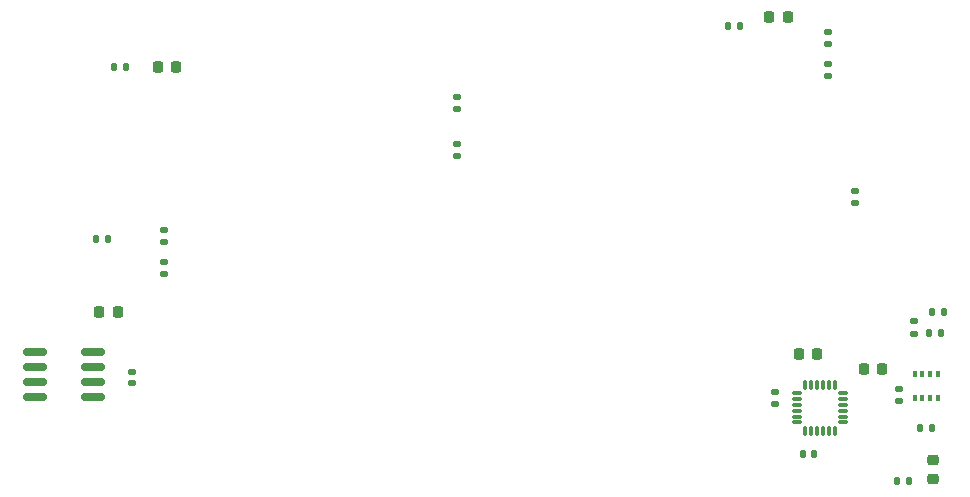
<source format=gbr>
%TF.GenerationSoftware,KiCad,Pcbnew,(6.0.7)*%
%TF.CreationDate,2023-01-16T15:03:51+03:00*%
%TF.ProjectId,Omarichet Sensor Shield 2,4f6d6172-6963-4686-9574-2053656e736f,rev?*%
%TF.SameCoordinates,Original*%
%TF.FileFunction,Paste,Top*%
%TF.FilePolarity,Positive*%
%FSLAX46Y46*%
G04 Gerber Fmt 4.6, Leading zero omitted, Abs format (unit mm)*
G04 Created by KiCad (PCBNEW (6.0.7)) date 2023-01-16 15:03:51*
%MOMM*%
%LPD*%
G01*
G04 APERTURE LIST*
G04 Aperture macros list*
%AMRoundRect*
0 Rectangle with rounded corners*
0 $1 Rounding radius*
0 $2 $3 $4 $5 $6 $7 $8 $9 X,Y pos of 4 corners*
0 Add a 4 corners polygon primitive as box body*
4,1,4,$2,$3,$4,$5,$6,$7,$8,$9,$2,$3,0*
0 Add four circle primitives for the rounded corners*
1,1,$1+$1,$2,$3*
1,1,$1+$1,$4,$5*
1,1,$1+$1,$6,$7*
1,1,$1+$1,$8,$9*
0 Add four rect primitives between the rounded corners*
20,1,$1+$1,$2,$3,$4,$5,0*
20,1,$1+$1,$4,$5,$6,$7,0*
20,1,$1+$1,$6,$7,$8,$9,0*
20,1,$1+$1,$8,$9,$2,$3,0*%
G04 Aperture macros list end*
%ADD10RoundRect,0.135000X0.185000X-0.135000X0.185000X0.135000X-0.185000X0.135000X-0.185000X-0.135000X0*%
%ADD11RoundRect,0.140000X-0.170000X0.140000X-0.170000X-0.140000X0.170000X-0.140000X0.170000X0.140000X0*%
%ADD12RoundRect,0.135000X-0.135000X-0.185000X0.135000X-0.185000X0.135000X0.185000X-0.135000X0.185000X0*%
%ADD13RoundRect,0.075000X0.350000X0.075000X-0.350000X0.075000X-0.350000X-0.075000X0.350000X-0.075000X0*%
%ADD14RoundRect,0.075000X-0.075000X0.350000X-0.075000X-0.350000X0.075000X-0.350000X0.075000X0.350000X0*%
%ADD15RoundRect,0.135000X-0.185000X0.135000X-0.185000X-0.135000X0.185000X-0.135000X0.185000X0.135000X0*%
%ADD16RoundRect,0.140000X0.140000X0.170000X-0.140000X0.170000X-0.140000X-0.170000X0.140000X-0.170000X0*%
%ADD17RoundRect,0.150000X-0.825000X-0.150000X0.825000X-0.150000X0.825000X0.150000X-0.825000X0.150000X0*%
%ADD18RoundRect,0.218750X0.218750X0.256250X-0.218750X0.256250X-0.218750X-0.256250X0.218750X-0.256250X0*%
%ADD19RoundRect,0.225000X-0.225000X-0.250000X0.225000X-0.250000X0.225000X0.250000X-0.225000X0.250000X0*%
%ADD20RoundRect,0.218750X-0.218750X-0.256250X0.218750X-0.256250X0.218750X0.256250X-0.218750X0.256250X0*%
%ADD21RoundRect,0.140000X0.170000X-0.140000X0.170000X0.140000X-0.170000X0.140000X-0.170000X-0.140000X0*%
%ADD22RoundRect,0.135000X0.135000X0.185000X-0.135000X0.185000X-0.135000X-0.185000X0.135000X-0.185000X0*%
%ADD23R,0.350000X0.500000*%
%ADD24RoundRect,0.218750X-0.256250X0.218750X-0.256250X-0.218750X0.256250X-0.218750X0.256250X0.218750X0*%
%ADD25RoundRect,0.225000X0.225000X0.250000X-0.225000X0.250000X-0.225000X-0.250000X0.225000X-0.250000X0*%
G04 APERTURE END LIST*
D10*
%TO.C,R5*%
X175340000Y-93070000D03*
X175340000Y-92050000D03*
%TD*%
D11*
%TO.C,C10*%
X141590000Y-84100000D03*
X141590000Y-85060000D03*
%TD*%
D12*
%TO.C,R1*%
X180830000Y-112060000D03*
X181850000Y-112060000D03*
%TD*%
D13*
%TO.C,U2*%
X174320000Y-111622500D03*
X174320000Y-111122500D03*
X174320000Y-110622500D03*
X174320000Y-110122500D03*
X174320000Y-109622500D03*
X174320000Y-109122500D03*
D14*
X173620000Y-108422500D03*
X173120000Y-108422500D03*
X172620000Y-108422500D03*
X172120000Y-108422500D03*
X171620000Y-108422500D03*
X171120000Y-108422500D03*
D13*
X170420000Y-109122500D03*
X170420000Y-109622500D03*
X170420000Y-110122500D03*
X170420000Y-110622500D03*
X170420000Y-111122500D03*
X170420000Y-111622500D03*
D14*
X171120000Y-112322500D03*
X171620000Y-112322500D03*
X172120000Y-112322500D03*
X172620000Y-112322500D03*
X173120000Y-112322500D03*
X173620000Y-112322500D03*
%TD*%
D15*
%TO.C,R6*%
X116840000Y-95290000D03*
X116840000Y-96310000D03*
%TD*%
D10*
%TO.C,R13*%
X173080000Y-82330000D03*
X173080000Y-81310000D03*
%TD*%
D16*
%TO.C,C3*%
X182820000Y-102310000D03*
X181860000Y-102310000D03*
%TD*%
D17*
%TO.C,U3*%
X105865000Y-105655000D03*
X105865000Y-106925000D03*
X105865000Y-108195000D03*
X105865000Y-109465000D03*
X110815000Y-109465000D03*
X110815000Y-108195000D03*
X110815000Y-106925000D03*
X110815000Y-105655000D03*
%TD*%
D18*
%TO.C,D2*%
X117877500Y-81560000D03*
X116302500Y-81560000D03*
%TD*%
D16*
%TO.C,C6*%
X171870000Y-114310000D03*
X170910000Y-114310000D03*
%TD*%
D12*
%TO.C,R11*%
X164570000Y-78070000D03*
X165590000Y-78070000D03*
%TD*%
D19*
%TO.C,C5*%
X170565000Y-105810000D03*
X172115000Y-105810000D03*
%TD*%
D10*
%TO.C,R2*%
X180300000Y-104090000D03*
X180300000Y-103070000D03*
%TD*%
D11*
%TO.C,C8*%
X114090000Y-107310000D03*
X114090000Y-108270000D03*
%TD*%
D20*
%TO.C,D3*%
X168042500Y-77320000D03*
X169617500Y-77320000D03*
%TD*%
D21*
%TO.C,C2*%
X168590000Y-110040000D03*
X168590000Y-109080000D03*
%TD*%
D22*
%TO.C,R10*%
X113600000Y-81560000D03*
X112580000Y-81560000D03*
%TD*%
D23*
%TO.C,U1*%
X182315000Y-109535000D03*
X181665000Y-109535000D03*
X181015000Y-109535000D03*
X180365000Y-109535000D03*
X180365000Y-107485000D03*
X181015000Y-107485000D03*
X181665000Y-107485000D03*
X182315000Y-107485000D03*
%TD*%
D24*
%TO.C,D1*%
X181890000Y-114822500D03*
X181890000Y-116397500D03*
%TD*%
D22*
%TO.C,R4*%
X179910000Y-116610000D03*
X178890000Y-116610000D03*
%TD*%
D10*
%TO.C,R12*%
X173080000Y-79580000D03*
X173080000Y-78560000D03*
%TD*%
D25*
%TO.C,C7*%
X112890000Y-102310000D03*
X111340000Y-102310000D03*
%TD*%
D15*
%TO.C,R7*%
X116840000Y-98050000D03*
X116840000Y-99070000D03*
%TD*%
D16*
%TO.C,C1*%
X182570000Y-104060000D03*
X181610000Y-104060000D03*
%TD*%
D21*
%TO.C,C9*%
X141590000Y-89040000D03*
X141590000Y-88080000D03*
%TD*%
D10*
%TO.C,R3*%
X179090000Y-109820000D03*
X179090000Y-108800000D03*
%TD*%
D12*
%TO.C,R9*%
X111070000Y-96060000D03*
X112090000Y-96060000D03*
%TD*%
D19*
%TO.C,C4*%
X176090000Y-107060000D03*
X177640000Y-107060000D03*
%TD*%
M02*

</source>
